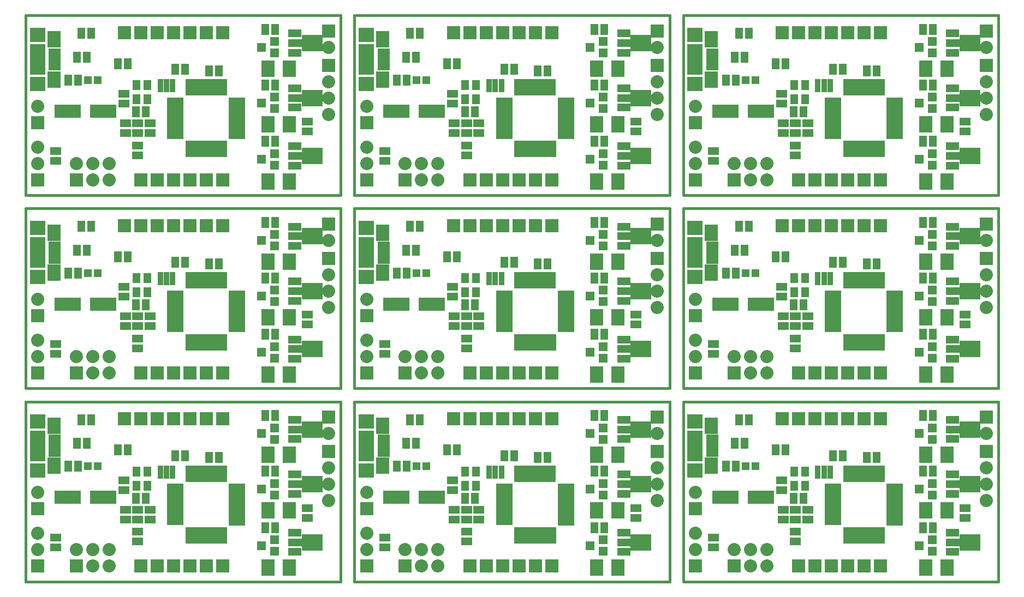
<source format=gts>
G04 (created by PCBNEW-RS274X (2012-jan-04)-stable) date Thu 08 Nov 2012 06:26:56 PM CET*
G01*
G70*
G90*
%MOIN*%
G04 Gerber Fmt 3.4, Leading zero omitted, Abs format*
%FSLAX34Y34*%
G04 APERTURE LIST*
%ADD10C,0.006000*%
%ADD11C,0.015000*%
%ADD12R,0.094700X0.094700*%
%ADD13R,0.094700X0.094800*%
%ADD14R,0.094700X0.090700*%
%ADD15R,0.082900X0.102500*%
%ADD16R,0.073000X0.035700*%
%ADD17R,0.098700X0.037700*%
%ADD18R,0.037700X0.098700*%
%ADD19R,0.161700X0.083000*%
%ADD20R,0.051400X0.051400*%
%ADD21R,0.083000X0.047600*%
%ADD22R,0.102700X0.047600*%
%ADD23R,0.128300X0.098700*%
%ADD24R,0.051100X0.059000*%
%ADD25R,0.031800X0.083000*%
%ADD26R,0.056000X0.056000*%
%ADD27R,0.080000X0.100000*%
%ADD28R,0.065000X0.045000*%
%ADD29R,0.045000X0.065000*%
%ADD30R,0.080000X0.080000*%
%ADD31C,0.080000*%
G04 APERTURE END LIST*
G54D10*
G54D11*
X46390Y-40491D02*
X65640Y-40491D01*
X46390Y-29491D02*
X65640Y-29491D01*
X46390Y-40491D02*
X46390Y-29491D01*
X65640Y-29491D02*
X65640Y-40491D01*
X65640Y-17680D02*
X65640Y-28680D01*
X46390Y-28680D02*
X46390Y-17680D01*
X46390Y-17680D02*
X65640Y-17680D01*
X46390Y-28680D02*
X65640Y-28680D01*
X46390Y-16869D02*
X65640Y-16869D01*
X46390Y-05869D02*
X65640Y-05869D01*
X46390Y-16869D02*
X46390Y-05869D01*
X65640Y-05869D02*
X65640Y-16869D01*
X45561Y-05869D02*
X45561Y-16869D01*
X26311Y-16869D02*
X26311Y-05869D01*
X26311Y-05869D02*
X45561Y-05869D01*
X26311Y-16869D02*
X45561Y-16869D01*
X26311Y-28680D02*
X45561Y-28680D01*
X26311Y-17680D02*
X45561Y-17680D01*
X26311Y-28680D02*
X26311Y-17680D01*
X45561Y-17680D02*
X45561Y-28680D01*
X45561Y-29491D02*
X45561Y-40491D01*
X26311Y-40491D02*
X26311Y-29491D01*
X26311Y-29491D02*
X45561Y-29491D01*
X26311Y-40491D02*
X45561Y-40491D01*
X06232Y-40491D02*
X25482Y-40491D01*
X06232Y-29491D02*
X25482Y-29491D01*
X06232Y-40491D02*
X06232Y-29491D01*
X25482Y-29491D02*
X25482Y-40491D01*
X25482Y-17680D02*
X25482Y-28680D01*
X06232Y-28680D02*
X06232Y-17680D01*
X06232Y-17680D02*
X25482Y-17680D01*
X06232Y-28680D02*
X25482Y-28680D01*
X06232Y-16869D02*
X25482Y-16869D01*
X06232Y-05869D02*
X25482Y-05869D01*
X06232Y-16869D02*
X06232Y-05869D01*
X25482Y-05869D02*
X25482Y-16869D01*
G54D12*
X47110Y-31719D03*
G54D13*
X47110Y-32663D03*
G54D14*
X47110Y-33687D03*
G54D15*
X48114Y-30971D03*
G54D16*
X48164Y-31680D03*
X48164Y-31936D03*
X48164Y-32191D03*
X48164Y-32446D03*
X48164Y-32702D03*
G54D15*
X48114Y-33411D03*
G54D14*
X47110Y-30695D03*
G54D17*
X55539Y-36881D03*
X55539Y-36566D03*
X55539Y-36251D03*
X55539Y-35936D03*
X55539Y-35621D03*
X55539Y-35306D03*
X55539Y-34991D03*
X55539Y-34676D03*
X59305Y-34678D03*
X59305Y-36888D03*
X59305Y-36568D03*
X59305Y-36248D03*
X59305Y-35938D03*
X59305Y-35618D03*
X59305Y-35308D03*
X59305Y-34988D03*
G54D18*
X56323Y-33888D03*
X56637Y-33888D03*
X56953Y-33888D03*
X57267Y-33888D03*
X57583Y-33888D03*
X57897Y-33888D03*
X58213Y-33888D03*
X58527Y-33888D03*
X56325Y-37668D03*
X56635Y-37668D03*
X56955Y-37668D03*
X57265Y-37668D03*
X57575Y-37668D03*
X57895Y-37668D03*
X58215Y-37668D03*
X58535Y-37668D03*
G54D19*
X48957Y-35341D03*
X51123Y-35341D03*
G54D20*
X50195Y-33441D03*
X50785Y-33441D03*
G54D21*
X62842Y-37500D03*
G54D22*
X62940Y-38091D03*
G54D21*
X62842Y-38682D03*
G54D23*
X63885Y-38091D03*
G54D24*
X53825Y-33758D03*
X53825Y-34624D03*
X53155Y-34624D03*
X53155Y-33758D03*
G54D25*
X54990Y-33791D03*
X55364Y-33791D03*
X54616Y-33791D03*
G54D26*
X61590Y-37941D03*
X61590Y-38641D03*
X60790Y-38291D03*
X61590Y-31091D03*
X61590Y-31791D03*
X60790Y-31441D03*
X61590Y-34491D03*
X61590Y-35191D03*
X60790Y-34841D03*
G54D27*
X62490Y-39641D03*
X61190Y-39641D03*
X62490Y-32741D03*
X61190Y-32741D03*
X62490Y-36141D03*
X61190Y-36141D03*
G54D28*
X53240Y-36691D03*
X53240Y-36091D03*
X53240Y-37441D03*
X53240Y-38041D03*
G54D29*
X58190Y-32891D03*
X57590Y-32891D03*
G54D28*
X48240Y-38391D03*
X48240Y-37791D03*
G54D29*
X56140Y-32791D03*
X55540Y-32791D03*
X53740Y-35391D03*
X53140Y-35391D03*
G54D28*
X63590Y-35991D03*
X63590Y-36591D03*
X52390Y-34291D03*
X52390Y-34891D03*
G54D29*
X49790Y-30591D03*
X50390Y-30591D03*
X61040Y-33741D03*
X61640Y-33741D03*
G54D28*
X52490Y-36091D03*
X52490Y-36691D03*
X53990Y-36691D03*
X53990Y-36091D03*
G54D29*
X52040Y-32441D03*
X52640Y-32441D03*
X49540Y-32041D03*
X50140Y-32041D03*
X61040Y-30341D03*
X61640Y-30341D03*
X61040Y-37191D03*
X61640Y-37191D03*
X48990Y-33441D03*
X49590Y-33441D03*
G54D30*
X64890Y-32541D03*
G54D31*
X64890Y-33541D03*
X64890Y-34541D03*
X64890Y-35541D03*
G54D30*
X49490Y-39541D03*
G54D31*
X49490Y-38541D03*
X50490Y-39541D03*
X50490Y-38541D03*
X51490Y-39541D03*
X51490Y-38541D03*
G54D30*
X47140Y-39541D03*
G54D31*
X47140Y-38541D03*
X47140Y-37541D03*
G54D30*
X64890Y-30441D03*
G54D31*
X64890Y-31441D03*
G54D30*
X47140Y-36041D03*
G54D31*
X47140Y-35041D03*
G54D30*
X57440Y-39541D03*
X52440Y-30541D03*
X53440Y-30541D03*
X54440Y-30541D03*
X53440Y-39541D03*
X54440Y-39541D03*
X58440Y-39541D03*
X56440Y-39541D03*
X55440Y-39541D03*
X55440Y-30541D03*
X56440Y-30541D03*
X57440Y-30541D03*
X58440Y-30541D03*
G54D21*
X62842Y-30600D03*
G54D22*
X62940Y-31191D03*
G54D21*
X62842Y-31782D03*
G54D23*
X63885Y-31191D03*
G54D21*
X62842Y-33950D03*
G54D22*
X62940Y-34541D03*
G54D21*
X62842Y-35132D03*
G54D23*
X63885Y-34541D03*
G54D21*
X62842Y-22139D03*
G54D22*
X62940Y-22730D03*
G54D21*
X62842Y-23321D03*
G54D23*
X63885Y-22730D03*
G54D21*
X62842Y-18789D03*
G54D22*
X62940Y-19380D03*
G54D21*
X62842Y-19971D03*
G54D23*
X63885Y-19380D03*
G54D30*
X58440Y-18730D03*
X57440Y-18730D03*
X56440Y-18730D03*
X55440Y-18730D03*
X55440Y-27730D03*
X56440Y-27730D03*
X58440Y-27730D03*
X54440Y-27730D03*
X53440Y-27730D03*
X54440Y-18730D03*
X53440Y-18730D03*
X52440Y-18730D03*
X57440Y-27730D03*
X47140Y-24230D03*
G54D31*
X47140Y-23230D03*
G54D30*
X64890Y-18630D03*
G54D31*
X64890Y-19630D03*
G54D30*
X47140Y-27730D03*
G54D31*
X47140Y-26730D03*
X47140Y-25730D03*
G54D30*
X49490Y-27730D03*
G54D31*
X49490Y-26730D03*
X50490Y-27730D03*
X50490Y-26730D03*
X51490Y-27730D03*
X51490Y-26730D03*
G54D30*
X64890Y-20730D03*
G54D31*
X64890Y-21730D03*
X64890Y-22730D03*
X64890Y-23730D03*
G54D29*
X48990Y-21630D03*
X49590Y-21630D03*
X61040Y-25380D03*
X61640Y-25380D03*
X61040Y-18530D03*
X61640Y-18530D03*
X49540Y-20230D03*
X50140Y-20230D03*
X52040Y-20630D03*
X52640Y-20630D03*
G54D28*
X53990Y-24880D03*
X53990Y-24280D03*
X52490Y-24280D03*
X52490Y-24880D03*
G54D29*
X61040Y-21930D03*
X61640Y-21930D03*
X49790Y-18780D03*
X50390Y-18780D03*
G54D28*
X52390Y-22480D03*
X52390Y-23080D03*
X63590Y-24180D03*
X63590Y-24780D03*
G54D29*
X53740Y-23580D03*
X53140Y-23580D03*
X56140Y-20980D03*
X55540Y-20980D03*
G54D28*
X48240Y-26580D03*
X48240Y-25980D03*
G54D29*
X58190Y-21080D03*
X57590Y-21080D03*
G54D28*
X53240Y-25630D03*
X53240Y-26230D03*
X53240Y-24880D03*
X53240Y-24280D03*
G54D27*
X62490Y-24330D03*
X61190Y-24330D03*
X62490Y-20930D03*
X61190Y-20930D03*
X62490Y-27830D03*
X61190Y-27830D03*
G54D26*
X61590Y-22680D03*
X61590Y-23380D03*
X60790Y-23030D03*
X61590Y-19280D03*
X61590Y-19980D03*
X60790Y-19630D03*
X61590Y-26130D03*
X61590Y-26830D03*
X60790Y-26480D03*
G54D25*
X54990Y-21980D03*
X55364Y-21980D03*
X54616Y-21980D03*
G54D24*
X53825Y-21947D03*
X53825Y-22813D03*
X53155Y-22813D03*
X53155Y-21947D03*
G54D21*
X62842Y-25689D03*
G54D22*
X62940Y-26280D03*
G54D21*
X62842Y-26871D03*
G54D23*
X63885Y-26280D03*
G54D20*
X50195Y-21630D03*
X50785Y-21630D03*
G54D19*
X48957Y-23530D03*
X51123Y-23530D03*
G54D17*
X55539Y-25070D03*
X55539Y-24755D03*
X55539Y-24440D03*
X55539Y-24125D03*
X55539Y-23810D03*
X55539Y-23495D03*
X55539Y-23180D03*
X55539Y-22865D03*
X59305Y-22867D03*
X59305Y-25077D03*
X59305Y-24757D03*
X59305Y-24437D03*
X59305Y-24127D03*
X59305Y-23807D03*
X59305Y-23497D03*
X59305Y-23177D03*
G54D18*
X56323Y-22077D03*
X56637Y-22077D03*
X56953Y-22077D03*
X57267Y-22077D03*
X57583Y-22077D03*
X57897Y-22077D03*
X58213Y-22077D03*
X58527Y-22077D03*
X56325Y-25857D03*
X56635Y-25857D03*
X56955Y-25857D03*
X57265Y-25857D03*
X57575Y-25857D03*
X57895Y-25857D03*
X58215Y-25857D03*
X58535Y-25857D03*
G54D12*
X47110Y-19908D03*
G54D13*
X47110Y-20852D03*
G54D14*
X47110Y-21876D03*
G54D15*
X48114Y-19160D03*
G54D16*
X48164Y-19869D03*
X48164Y-20125D03*
X48164Y-20380D03*
X48164Y-20635D03*
X48164Y-20891D03*
G54D15*
X48114Y-21600D03*
G54D14*
X47110Y-18884D03*
G54D12*
X47110Y-08097D03*
G54D13*
X47110Y-09041D03*
G54D14*
X47110Y-10065D03*
G54D15*
X48114Y-07349D03*
G54D16*
X48164Y-08058D03*
X48164Y-08314D03*
X48164Y-08569D03*
X48164Y-08824D03*
X48164Y-09080D03*
G54D15*
X48114Y-09789D03*
G54D14*
X47110Y-07073D03*
G54D17*
X55539Y-13259D03*
X55539Y-12944D03*
X55539Y-12629D03*
X55539Y-12314D03*
X55539Y-11999D03*
X55539Y-11684D03*
X55539Y-11369D03*
X55539Y-11054D03*
X59305Y-11056D03*
X59305Y-13266D03*
X59305Y-12946D03*
X59305Y-12626D03*
X59305Y-12316D03*
X59305Y-11996D03*
X59305Y-11686D03*
X59305Y-11366D03*
G54D18*
X56323Y-10266D03*
X56637Y-10266D03*
X56953Y-10266D03*
X57267Y-10266D03*
X57583Y-10266D03*
X57897Y-10266D03*
X58213Y-10266D03*
X58527Y-10266D03*
X56325Y-14046D03*
X56635Y-14046D03*
X56955Y-14046D03*
X57265Y-14046D03*
X57575Y-14046D03*
X57895Y-14046D03*
X58215Y-14046D03*
X58535Y-14046D03*
G54D19*
X48957Y-11719D03*
X51123Y-11719D03*
G54D20*
X50195Y-09819D03*
X50785Y-09819D03*
G54D21*
X62842Y-13878D03*
G54D22*
X62940Y-14469D03*
G54D21*
X62842Y-15060D03*
G54D23*
X63885Y-14469D03*
G54D24*
X53825Y-10136D03*
X53825Y-11002D03*
X53155Y-11002D03*
X53155Y-10136D03*
G54D25*
X54990Y-10169D03*
X55364Y-10169D03*
X54616Y-10169D03*
G54D26*
X61590Y-14319D03*
X61590Y-15019D03*
X60790Y-14669D03*
X61590Y-07469D03*
X61590Y-08169D03*
X60790Y-07819D03*
X61590Y-10869D03*
X61590Y-11569D03*
X60790Y-11219D03*
G54D27*
X62490Y-16019D03*
X61190Y-16019D03*
X62490Y-09119D03*
X61190Y-09119D03*
X62490Y-12519D03*
X61190Y-12519D03*
G54D28*
X53240Y-13069D03*
X53240Y-12469D03*
X53240Y-13819D03*
X53240Y-14419D03*
G54D29*
X58190Y-09269D03*
X57590Y-09269D03*
G54D28*
X48240Y-14769D03*
X48240Y-14169D03*
G54D29*
X56140Y-09169D03*
X55540Y-09169D03*
X53740Y-11769D03*
X53140Y-11769D03*
G54D28*
X63590Y-12369D03*
X63590Y-12969D03*
X52390Y-10669D03*
X52390Y-11269D03*
G54D29*
X49790Y-06969D03*
X50390Y-06969D03*
X61040Y-10119D03*
X61640Y-10119D03*
G54D28*
X52490Y-12469D03*
X52490Y-13069D03*
X53990Y-13069D03*
X53990Y-12469D03*
G54D29*
X52040Y-08819D03*
X52640Y-08819D03*
X49540Y-08419D03*
X50140Y-08419D03*
X61040Y-06719D03*
X61640Y-06719D03*
X61040Y-13569D03*
X61640Y-13569D03*
X48990Y-09819D03*
X49590Y-09819D03*
G54D30*
X64890Y-08919D03*
G54D31*
X64890Y-09919D03*
X64890Y-10919D03*
X64890Y-11919D03*
G54D30*
X49490Y-15919D03*
G54D31*
X49490Y-14919D03*
X50490Y-15919D03*
X50490Y-14919D03*
X51490Y-15919D03*
X51490Y-14919D03*
G54D30*
X47140Y-15919D03*
G54D31*
X47140Y-14919D03*
X47140Y-13919D03*
G54D30*
X64890Y-06819D03*
G54D31*
X64890Y-07819D03*
G54D30*
X47140Y-12419D03*
G54D31*
X47140Y-11419D03*
G54D30*
X57440Y-15919D03*
X52440Y-06919D03*
X53440Y-06919D03*
X54440Y-06919D03*
X53440Y-15919D03*
X54440Y-15919D03*
X58440Y-15919D03*
X56440Y-15919D03*
X55440Y-15919D03*
X55440Y-06919D03*
X56440Y-06919D03*
X57440Y-06919D03*
X58440Y-06919D03*
G54D21*
X62842Y-06978D03*
G54D22*
X62940Y-07569D03*
G54D21*
X62842Y-08160D03*
G54D23*
X63885Y-07569D03*
G54D21*
X62842Y-10328D03*
G54D22*
X62940Y-10919D03*
G54D21*
X62842Y-11510D03*
G54D23*
X63885Y-10919D03*
G54D21*
X42763Y-10328D03*
G54D22*
X42861Y-10919D03*
G54D21*
X42763Y-11510D03*
G54D23*
X43806Y-10919D03*
G54D21*
X42763Y-06978D03*
G54D22*
X42861Y-07569D03*
G54D21*
X42763Y-08160D03*
G54D23*
X43806Y-07569D03*
G54D30*
X38361Y-06919D03*
X37361Y-06919D03*
X36361Y-06919D03*
X35361Y-06919D03*
X35361Y-15919D03*
X36361Y-15919D03*
X38361Y-15919D03*
X34361Y-15919D03*
X33361Y-15919D03*
X34361Y-06919D03*
X33361Y-06919D03*
X32361Y-06919D03*
X37361Y-15919D03*
X27061Y-12419D03*
G54D31*
X27061Y-11419D03*
G54D30*
X44811Y-06819D03*
G54D31*
X44811Y-07819D03*
G54D30*
X27061Y-15919D03*
G54D31*
X27061Y-14919D03*
X27061Y-13919D03*
G54D30*
X29411Y-15919D03*
G54D31*
X29411Y-14919D03*
X30411Y-15919D03*
X30411Y-14919D03*
X31411Y-15919D03*
X31411Y-14919D03*
G54D30*
X44811Y-08919D03*
G54D31*
X44811Y-09919D03*
X44811Y-10919D03*
X44811Y-11919D03*
G54D29*
X28911Y-09819D03*
X29511Y-09819D03*
X40961Y-13569D03*
X41561Y-13569D03*
X40961Y-06719D03*
X41561Y-06719D03*
X29461Y-08419D03*
X30061Y-08419D03*
X31961Y-08819D03*
X32561Y-08819D03*
G54D28*
X33911Y-13069D03*
X33911Y-12469D03*
X32411Y-12469D03*
X32411Y-13069D03*
G54D29*
X40961Y-10119D03*
X41561Y-10119D03*
X29711Y-06969D03*
X30311Y-06969D03*
G54D28*
X32311Y-10669D03*
X32311Y-11269D03*
X43511Y-12369D03*
X43511Y-12969D03*
G54D29*
X33661Y-11769D03*
X33061Y-11769D03*
X36061Y-09169D03*
X35461Y-09169D03*
G54D28*
X28161Y-14769D03*
X28161Y-14169D03*
G54D29*
X38111Y-09269D03*
X37511Y-09269D03*
G54D28*
X33161Y-13819D03*
X33161Y-14419D03*
X33161Y-13069D03*
X33161Y-12469D03*
G54D27*
X42411Y-12519D03*
X41111Y-12519D03*
X42411Y-09119D03*
X41111Y-09119D03*
X42411Y-16019D03*
X41111Y-16019D03*
G54D26*
X41511Y-10869D03*
X41511Y-11569D03*
X40711Y-11219D03*
X41511Y-07469D03*
X41511Y-08169D03*
X40711Y-07819D03*
X41511Y-14319D03*
X41511Y-15019D03*
X40711Y-14669D03*
G54D25*
X34911Y-10169D03*
X35285Y-10169D03*
X34537Y-10169D03*
G54D24*
X33746Y-10136D03*
X33746Y-11002D03*
X33076Y-11002D03*
X33076Y-10136D03*
G54D21*
X42763Y-13878D03*
G54D22*
X42861Y-14469D03*
G54D21*
X42763Y-15060D03*
G54D23*
X43806Y-14469D03*
G54D20*
X30116Y-09819D03*
X30706Y-09819D03*
G54D19*
X28878Y-11719D03*
X31044Y-11719D03*
G54D17*
X35460Y-13259D03*
X35460Y-12944D03*
X35460Y-12629D03*
X35460Y-12314D03*
X35460Y-11999D03*
X35460Y-11684D03*
X35460Y-11369D03*
X35460Y-11054D03*
X39226Y-11056D03*
X39226Y-13266D03*
X39226Y-12946D03*
X39226Y-12626D03*
X39226Y-12316D03*
X39226Y-11996D03*
X39226Y-11686D03*
X39226Y-11366D03*
G54D18*
X36244Y-10266D03*
X36558Y-10266D03*
X36874Y-10266D03*
X37188Y-10266D03*
X37504Y-10266D03*
X37818Y-10266D03*
X38134Y-10266D03*
X38448Y-10266D03*
X36246Y-14046D03*
X36556Y-14046D03*
X36876Y-14046D03*
X37186Y-14046D03*
X37496Y-14046D03*
X37816Y-14046D03*
X38136Y-14046D03*
X38456Y-14046D03*
G54D12*
X27031Y-08097D03*
G54D13*
X27031Y-09041D03*
G54D14*
X27031Y-10065D03*
G54D15*
X28035Y-07349D03*
G54D16*
X28085Y-08058D03*
X28085Y-08314D03*
X28085Y-08569D03*
X28085Y-08824D03*
X28085Y-09080D03*
G54D15*
X28035Y-09789D03*
G54D14*
X27031Y-07073D03*
G54D12*
X27031Y-19908D03*
G54D13*
X27031Y-20852D03*
G54D14*
X27031Y-21876D03*
G54D15*
X28035Y-19160D03*
G54D16*
X28085Y-19869D03*
X28085Y-20125D03*
X28085Y-20380D03*
X28085Y-20635D03*
X28085Y-20891D03*
G54D15*
X28035Y-21600D03*
G54D14*
X27031Y-18884D03*
G54D17*
X35460Y-25070D03*
X35460Y-24755D03*
X35460Y-24440D03*
X35460Y-24125D03*
X35460Y-23810D03*
X35460Y-23495D03*
X35460Y-23180D03*
X35460Y-22865D03*
X39226Y-22867D03*
X39226Y-25077D03*
X39226Y-24757D03*
X39226Y-24437D03*
X39226Y-24127D03*
X39226Y-23807D03*
X39226Y-23497D03*
X39226Y-23177D03*
G54D18*
X36244Y-22077D03*
X36558Y-22077D03*
X36874Y-22077D03*
X37188Y-22077D03*
X37504Y-22077D03*
X37818Y-22077D03*
X38134Y-22077D03*
X38448Y-22077D03*
X36246Y-25857D03*
X36556Y-25857D03*
X36876Y-25857D03*
X37186Y-25857D03*
X37496Y-25857D03*
X37816Y-25857D03*
X38136Y-25857D03*
X38456Y-25857D03*
G54D19*
X28878Y-23530D03*
X31044Y-23530D03*
G54D20*
X30116Y-21630D03*
X30706Y-21630D03*
G54D21*
X42763Y-25689D03*
G54D22*
X42861Y-26280D03*
G54D21*
X42763Y-26871D03*
G54D23*
X43806Y-26280D03*
G54D24*
X33746Y-21947D03*
X33746Y-22813D03*
X33076Y-22813D03*
X33076Y-21947D03*
G54D25*
X34911Y-21980D03*
X35285Y-21980D03*
X34537Y-21980D03*
G54D26*
X41511Y-26130D03*
X41511Y-26830D03*
X40711Y-26480D03*
X41511Y-19280D03*
X41511Y-19980D03*
X40711Y-19630D03*
X41511Y-22680D03*
X41511Y-23380D03*
X40711Y-23030D03*
G54D27*
X42411Y-27830D03*
X41111Y-27830D03*
X42411Y-20930D03*
X41111Y-20930D03*
X42411Y-24330D03*
X41111Y-24330D03*
G54D28*
X33161Y-24880D03*
X33161Y-24280D03*
X33161Y-25630D03*
X33161Y-26230D03*
G54D29*
X38111Y-21080D03*
X37511Y-21080D03*
G54D28*
X28161Y-26580D03*
X28161Y-25980D03*
G54D29*
X36061Y-20980D03*
X35461Y-20980D03*
X33661Y-23580D03*
X33061Y-23580D03*
G54D28*
X43511Y-24180D03*
X43511Y-24780D03*
X32311Y-22480D03*
X32311Y-23080D03*
G54D29*
X29711Y-18780D03*
X30311Y-18780D03*
X40961Y-21930D03*
X41561Y-21930D03*
G54D28*
X32411Y-24280D03*
X32411Y-24880D03*
X33911Y-24880D03*
X33911Y-24280D03*
G54D29*
X31961Y-20630D03*
X32561Y-20630D03*
X29461Y-20230D03*
X30061Y-20230D03*
X40961Y-18530D03*
X41561Y-18530D03*
X40961Y-25380D03*
X41561Y-25380D03*
X28911Y-21630D03*
X29511Y-21630D03*
G54D30*
X44811Y-20730D03*
G54D31*
X44811Y-21730D03*
X44811Y-22730D03*
X44811Y-23730D03*
G54D30*
X29411Y-27730D03*
G54D31*
X29411Y-26730D03*
X30411Y-27730D03*
X30411Y-26730D03*
X31411Y-27730D03*
X31411Y-26730D03*
G54D30*
X27061Y-27730D03*
G54D31*
X27061Y-26730D03*
X27061Y-25730D03*
G54D30*
X44811Y-18630D03*
G54D31*
X44811Y-19630D03*
G54D30*
X27061Y-24230D03*
G54D31*
X27061Y-23230D03*
G54D30*
X37361Y-27730D03*
X32361Y-18730D03*
X33361Y-18730D03*
X34361Y-18730D03*
X33361Y-27730D03*
X34361Y-27730D03*
X38361Y-27730D03*
X36361Y-27730D03*
X35361Y-27730D03*
X35361Y-18730D03*
X36361Y-18730D03*
X37361Y-18730D03*
X38361Y-18730D03*
G54D21*
X42763Y-18789D03*
G54D22*
X42861Y-19380D03*
G54D21*
X42763Y-19971D03*
G54D23*
X43806Y-19380D03*
G54D21*
X42763Y-22139D03*
G54D22*
X42861Y-22730D03*
G54D21*
X42763Y-23321D03*
G54D23*
X43806Y-22730D03*
G54D21*
X42763Y-33950D03*
G54D22*
X42861Y-34541D03*
G54D21*
X42763Y-35132D03*
G54D23*
X43806Y-34541D03*
G54D21*
X42763Y-30600D03*
G54D22*
X42861Y-31191D03*
G54D21*
X42763Y-31782D03*
G54D23*
X43806Y-31191D03*
G54D30*
X38361Y-30541D03*
X37361Y-30541D03*
X36361Y-30541D03*
X35361Y-30541D03*
X35361Y-39541D03*
X36361Y-39541D03*
X38361Y-39541D03*
X34361Y-39541D03*
X33361Y-39541D03*
X34361Y-30541D03*
X33361Y-30541D03*
X32361Y-30541D03*
X37361Y-39541D03*
X27061Y-36041D03*
G54D31*
X27061Y-35041D03*
G54D30*
X44811Y-30441D03*
G54D31*
X44811Y-31441D03*
G54D30*
X27061Y-39541D03*
G54D31*
X27061Y-38541D03*
X27061Y-37541D03*
G54D30*
X29411Y-39541D03*
G54D31*
X29411Y-38541D03*
X30411Y-39541D03*
X30411Y-38541D03*
X31411Y-39541D03*
X31411Y-38541D03*
G54D30*
X44811Y-32541D03*
G54D31*
X44811Y-33541D03*
X44811Y-34541D03*
X44811Y-35541D03*
G54D29*
X28911Y-33441D03*
X29511Y-33441D03*
X40961Y-37191D03*
X41561Y-37191D03*
X40961Y-30341D03*
X41561Y-30341D03*
X29461Y-32041D03*
X30061Y-32041D03*
X31961Y-32441D03*
X32561Y-32441D03*
G54D28*
X33911Y-36691D03*
X33911Y-36091D03*
X32411Y-36091D03*
X32411Y-36691D03*
G54D29*
X40961Y-33741D03*
X41561Y-33741D03*
X29711Y-30591D03*
X30311Y-30591D03*
G54D28*
X32311Y-34291D03*
X32311Y-34891D03*
X43511Y-35991D03*
X43511Y-36591D03*
G54D29*
X33661Y-35391D03*
X33061Y-35391D03*
X36061Y-32791D03*
X35461Y-32791D03*
G54D28*
X28161Y-38391D03*
X28161Y-37791D03*
G54D29*
X38111Y-32891D03*
X37511Y-32891D03*
G54D28*
X33161Y-37441D03*
X33161Y-38041D03*
X33161Y-36691D03*
X33161Y-36091D03*
G54D27*
X42411Y-36141D03*
X41111Y-36141D03*
X42411Y-32741D03*
X41111Y-32741D03*
X42411Y-39641D03*
X41111Y-39641D03*
G54D26*
X41511Y-34491D03*
X41511Y-35191D03*
X40711Y-34841D03*
X41511Y-31091D03*
X41511Y-31791D03*
X40711Y-31441D03*
X41511Y-37941D03*
X41511Y-38641D03*
X40711Y-38291D03*
G54D25*
X34911Y-33791D03*
X35285Y-33791D03*
X34537Y-33791D03*
G54D24*
X33746Y-33758D03*
X33746Y-34624D03*
X33076Y-34624D03*
X33076Y-33758D03*
G54D21*
X42763Y-37500D03*
G54D22*
X42861Y-38091D03*
G54D21*
X42763Y-38682D03*
G54D23*
X43806Y-38091D03*
G54D20*
X30116Y-33441D03*
X30706Y-33441D03*
G54D19*
X28878Y-35341D03*
X31044Y-35341D03*
G54D17*
X35460Y-36881D03*
X35460Y-36566D03*
X35460Y-36251D03*
X35460Y-35936D03*
X35460Y-35621D03*
X35460Y-35306D03*
X35460Y-34991D03*
X35460Y-34676D03*
X39226Y-34678D03*
X39226Y-36888D03*
X39226Y-36568D03*
X39226Y-36248D03*
X39226Y-35938D03*
X39226Y-35618D03*
X39226Y-35308D03*
X39226Y-34988D03*
G54D18*
X36244Y-33888D03*
X36558Y-33888D03*
X36874Y-33888D03*
X37188Y-33888D03*
X37504Y-33888D03*
X37818Y-33888D03*
X38134Y-33888D03*
X38448Y-33888D03*
X36246Y-37668D03*
X36556Y-37668D03*
X36876Y-37668D03*
X37186Y-37668D03*
X37496Y-37668D03*
X37816Y-37668D03*
X38136Y-37668D03*
X38456Y-37668D03*
G54D12*
X27031Y-31719D03*
G54D13*
X27031Y-32663D03*
G54D14*
X27031Y-33687D03*
G54D15*
X28035Y-30971D03*
G54D16*
X28085Y-31680D03*
X28085Y-31936D03*
X28085Y-32191D03*
X28085Y-32446D03*
X28085Y-32702D03*
G54D15*
X28035Y-33411D03*
G54D14*
X27031Y-30695D03*
G54D12*
X06952Y-31719D03*
G54D13*
X06952Y-32663D03*
G54D14*
X06952Y-33687D03*
G54D15*
X07956Y-30971D03*
G54D16*
X08006Y-31680D03*
X08006Y-31936D03*
X08006Y-32191D03*
X08006Y-32446D03*
X08006Y-32702D03*
G54D15*
X07956Y-33411D03*
G54D14*
X06952Y-30695D03*
G54D17*
X15381Y-36881D03*
X15381Y-36566D03*
X15381Y-36251D03*
X15381Y-35936D03*
X15381Y-35621D03*
X15381Y-35306D03*
X15381Y-34991D03*
X15381Y-34676D03*
X19147Y-34678D03*
X19147Y-36888D03*
X19147Y-36568D03*
X19147Y-36248D03*
X19147Y-35938D03*
X19147Y-35618D03*
X19147Y-35308D03*
X19147Y-34988D03*
G54D18*
X16165Y-33888D03*
X16479Y-33888D03*
X16795Y-33888D03*
X17109Y-33888D03*
X17425Y-33888D03*
X17739Y-33888D03*
X18055Y-33888D03*
X18369Y-33888D03*
X16167Y-37668D03*
X16477Y-37668D03*
X16797Y-37668D03*
X17107Y-37668D03*
X17417Y-37668D03*
X17737Y-37668D03*
X18057Y-37668D03*
X18377Y-37668D03*
G54D19*
X08799Y-35341D03*
X10965Y-35341D03*
G54D20*
X10037Y-33441D03*
X10627Y-33441D03*
G54D21*
X22684Y-37500D03*
G54D22*
X22782Y-38091D03*
G54D21*
X22684Y-38682D03*
G54D23*
X23727Y-38091D03*
G54D24*
X13667Y-33758D03*
X13667Y-34624D03*
X12997Y-34624D03*
X12997Y-33758D03*
G54D25*
X14832Y-33791D03*
X15206Y-33791D03*
X14458Y-33791D03*
G54D26*
X21432Y-37941D03*
X21432Y-38641D03*
X20632Y-38291D03*
X21432Y-31091D03*
X21432Y-31791D03*
X20632Y-31441D03*
X21432Y-34491D03*
X21432Y-35191D03*
X20632Y-34841D03*
G54D27*
X22332Y-39641D03*
X21032Y-39641D03*
X22332Y-32741D03*
X21032Y-32741D03*
X22332Y-36141D03*
X21032Y-36141D03*
G54D28*
X13082Y-36691D03*
X13082Y-36091D03*
X13082Y-37441D03*
X13082Y-38041D03*
G54D29*
X18032Y-32891D03*
X17432Y-32891D03*
G54D28*
X08082Y-38391D03*
X08082Y-37791D03*
G54D29*
X15982Y-32791D03*
X15382Y-32791D03*
X13582Y-35391D03*
X12982Y-35391D03*
G54D28*
X23432Y-35991D03*
X23432Y-36591D03*
X12232Y-34291D03*
X12232Y-34891D03*
G54D29*
X09632Y-30591D03*
X10232Y-30591D03*
X20882Y-33741D03*
X21482Y-33741D03*
G54D28*
X12332Y-36091D03*
X12332Y-36691D03*
X13832Y-36691D03*
X13832Y-36091D03*
G54D29*
X11882Y-32441D03*
X12482Y-32441D03*
X09382Y-32041D03*
X09982Y-32041D03*
X20882Y-30341D03*
X21482Y-30341D03*
X20882Y-37191D03*
X21482Y-37191D03*
X08832Y-33441D03*
X09432Y-33441D03*
G54D30*
X24732Y-32541D03*
G54D31*
X24732Y-33541D03*
X24732Y-34541D03*
X24732Y-35541D03*
G54D30*
X09332Y-39541D03*
G54D31*
X09332Y-38541D03*
X10332Y-39541D03*
X10332Y-38541D03*
X11332Y-39541D03*
X11332Y-38541D03*
G54D30*
X06982Y-39541D03*
G54D31*
X06982Y-38541D03*
X06982Y-37541D03*
G54D30*
X24732Y-30441D03*
G54D31*
X24732Y-31441D03*
G54D30*
X06982Y-36041D03*
G54D31*
X06982Y-35041D03*
G54D30*
X17282Y-39541D03*
X12282Y-30541D03*
X13282Y-30541D03*
X14282Y-30541D03*
X13282Y-39541D03*
X14282Y-39541D03*
X18282Y-39541D03*
X16282Y-39541D03*
X15282Y-39541D03*
X15282Y-30541D03*
X16282Y-30541D03*
X17282Y-30541D03*
X18282Y-30541D03*
G54D21*
X22684Y-30600D03*
G54D22*
X22782Y-31191D03*
G54D21*
X22684Y-31782D03*
G54D23*
X23727Y-31191D03*
G54D21*
X22684Y-33950D03*
G54D22*
X22782Y-34541D03*
G54D21*
X22684Y-35132D03*
G54D23*
X23727Y-34541D03*
G54D21*
X22684Y-22139D03*
G54D22*
X22782Y-22730D03*
G54D21*
X22684Y-23321D03*
G54D23*
X23727Y-22730D03*
G54D21*
X22684Y-18789D03*
G54D22*
X22782Y-19380D03*
G54D21*
X22684Y-19971D03*
G54D23*
X23727Y-19380D03*
G54D30*
X18282Y-18730D03*
X17282Y-18730D03*
X16282Y-18730D03*
X15282Y-18730D03*
X15282Y-27730D03*
X16282Y-27730D03*
X18282Y-27730D03*
X14282Y-27730D03*
X13282Y-27730D03*
X14282Y-18730D03*
X13282Y-18730D03*
X12282Y-18730D03*
X17282Y-27730D03*
X06982Y-24230D03*
G54D31*
X06982Y-23230D03*
G54D30*
X24732Y-18630D03*
G54D31*
X24732Y-19630D03*
G54D30*
X06982Y-27730D03*
G54D31*
X06982Y-26730D03*
X06982Y-25730D03*
G54D30*
X09332Y-27730D03*
G54D31*
X09332Y-26730D03*
X10332Y-27730D03*
X10332Y-26730D03*
X11332Y-27730D03*
X11332Y-26730D03*
G54D30*
X24732Y-20730D03*
G54D31*
X24732Y-21730D03*
X24732Y-22730D03*
X24732Y-23730D03*
G54D29*
X08832Y-21630D03*
X09432Y-21630D03*
X20882Y-25380D03*
X21482Y-25380D03*
X20882Y-18530D03*
X21482Y-18530D03*
X09382Y-20230D03*
X09982Y-20230D03*
X11882Y-20630D03*
X12482Y-20630D03*
G54D28*
X13832Y-24880D03*
X13832Y-24280D03*
X12332Y-24280D03*
X12332Y-24880D03*
G54D29*
X20882Y-21930D03*
X21482Y-21930D03*
X09632Y-18780D03*
X10232Y-18780D03*
G54D28*
X12232Y-22480D03*
X12232Y-23080D03*
X23432Y-24180D03*
X23432Y-24780D03*
G54D29*
X13582Y-23580D03*
X12982Y-23580D03*
X15982Y-20980D03*
X15382Y-20980D03*
G54D28*
X08082Y-26580D03*
X08082Y-25980D03*
G54D29*
X18032Y-21080D03*
X17432Y-21080D03*
G54D28*
X13082Y-25630D03*
X13082Y-26230D03*
X13082Y-24880D03*
X13082Y-24280D03*
G54D27*
X22332Y-24330D03*
X21032Y-24330D03*
X22332Y-20930D03*
X21032Y-20930D03*
X22332Y-27830D03*
X21032Y-27830D03*
G54D26*
X21432Y-22680D03*
X21432Y-23380D03*
X20632Y-23030D03*
X21432Y-19280D03*
X21432Y-19980D03*
X20632Y-19630D03*
X21432Y-26130D03*
X21432Y-26830D03*
X20632Y-26480D03*
G54D25*
X14832Y-21980D03*
X15206Y-21980D03*
X14458Y-21980D03*
G54D24*
X13667Y-21947D03*
X13667Y-22813D03*
X12997Y-22813D03*
X12997Y-21947D03*
G54D21*
X22684Y-25689D03*
G54D22*
X22782Y-26280D03*
G54D21*
X22684Y-26871D03*
G54D23*
X23727Y-26280D03*
G54D20*
X10037Y-21630D03*
X10627Y-21630D03*
G54D19*
X08799Y-23530D03*
X10965Y-23530D03*
G54D17*
X15381Y-25070D03*
X15381Y-24755D03*
X15381Y-24440D03*
X15381Y-24125D03*
X15381Y-23810D03*
X15381Y-23495D03*
X15381Y-23180D03*
X15381Y-22865D03*
X19147Y-22867D03*
X19147Y-25077D03*
X19147Y-24757D03*
X19147Y-24437D03*
X19147Y-24127D03*
X19147Y-23807D03*
X19147Y-23497D03*
X19147Y-23177D03*
G54D18*
X16165Y-22077D03*
X16479Y-22077D03*
X16795Y-22077D03*
X17109Y-22077D03*
X17425Y-22077D03*
X17739Y-22077D03*
X18055Y-22077D03*
X18369Y-22077D03*
X16167Y-25857D03*
X16477Y-25857D03*
X16797Y-25857D03*
X17107Y-25857D03*
X17417Y-25857D03*
X17737Y-25857D03*
X18057Y-25857D03*
X18377Y-25857D03*
G54D12*
X06952Y-19908D03*
G54D13*
X06952Y-20852D03*
G54D14*
X06952Y-21876D03*
G54D15*
X07956Y-19160D03*
G54D16*
X08006Y-19869D03*
X08006Y-20125D03*
X08006Y-20380D03*
X08006Y-20635D03*
X08006Y-20891D03*
G54D15*
X07956Y-21600D03*
G54D14*
X06952Y-18884D03*
G54D12*
X06952Y-08097D03*
G54D13*
X06952Y-09041D03*
G54D14*
X06952Y-10065D03*
G54D15*
X07956Y-07349D03*
G54D16*
X08006Y-08058D03*
X08006Y-08314D03*
X08006Y-08569D03*
X08006Y-08824D03*
X08006Y-09080D03*
G54D15*
X07956Y-09789D03*
G54D14*
X06952Y-07073D03*
G54D17*
X15381Y-13259D03*
X15381Y-12944D03*
X15381Y-12629D03*
X15381Y-12314D03*
X15381Y-11999D03*
X15381Y-11684D03*
X15381Y-11369D03*
X15381Y-11054D03*
X19147Y-11056D03*
X19147Y-13266D03*
X19147Y-12946D03*
X19147Y-12626D03*
X19147Y-12316D03*
X19147Y-11996D03*
X19147Y-11686D03*
X19147Y-11366D03*
G54D18*
X16165Y-10266D03*
X16479Y-10266D03*
X16795Y-10266D03*
X17109Y-10266D03*
X17425Y-10266D03*
X17739Y-10266D03*
X18055Y-10266D03*
X18369Y-10266D03*
X16167Y-14046D03*
X16477Y-14046D03*
X16797Y-14046D03*
X17107Y-14046D03*
X17417Y-14046D03*
X17737Y-14046D03*
X18057Y-14046D03*
X18377Y-14046D03*
G54D19*
X08799Y-11719D03*
X10965Y-11719D03*
G54D20*
X10037Y-09819D03*
X10627Y-09819D03*
G54D21*
X22684Y-13878D03*
G54D22*
X22782Y-14469D03*
G54D21*
X22684Y-15060D03*
G54D23*
X23727Y-14469D03*
G54D24*
X13667Y-10136D03*
X13667Y-11002D03*
X12997Y-11002D03*
X12997Y-10136D03*
G54D25*
X14832Y-10169D03*
X15206Y-10169D03*
X14458Y-10169D03*
G54D26*
X21432Y-14319D03*
X21432Y-15019D03*
X20632Y-14669D03*
X21432Y-07469D03*
X21432Y-08169D03*
X20632Y-07819D03*
X21432Y-10869D03*
X21432Y-11569D03*
X20632Y-11219D03*
G54D27*
X22332Y-16019D03*
X21032Y-16019D03*
X22332Y-09119D03*
X21032Y-09119D03*
X22332Y-12519D03*
X21032Y-12519D03*
G54D28*
X13082Y-13069D03*
X13082Y-12469D03*
X13082Y-13819D03*
X13082Y-14419D03*
G54D29*
X18032Y-09269D03*
X17432Y-09269D03*
G54D28*
X08082Y-14769D03*
X08082Y-14169D03*
G54D29*
X15982Y-09169D03*
X15382Y-09169D03*
X13582Y-11769D03*
X12982Y-11769D03*
G54D28*
X23432Y-12369D03*
X23432Y-12969D03*
X12232Y-10669D03*
X12232Y-11269D03*
G54D29*
X09632Y-06969D03*
X10232Y-06969D03*
X20882Y-10119D03*
X21482Y-10119D03*
G54D28*
X12332Y-12469D03*
X12332Y-13069D03*
X13832Y-13069D03*
X13832Y-12469D03*
G54D29*
X11882Y-08819D03*
X12482Y-08819D03*
X09382Y-08419D03*
X09982Y-08419D03*
X20882Y-06719D03*
X21482Y-06719D03*
X20882Y-13569D03*
X21482Y-13569D03*
X08832Y-09819D03*
X09432Y-09819D03*
G54D30*
X24732Y-08919D03*
G54D31*
X24732Y-09919D03*
X24732Y-10919D03*
X24732Y-11919D03*
G54D30*
X09332Y-15919D03*
G54D31*
X09332Y-14919D03*
X10332Y-15919D03*
X10332Y-14919D03*
X11332Y-15919D03*
X11332Y-14919D03*
G54D30*
X06982Y-15919D03*
G54D31*
X06982Y-14919D03*
X06982Y-13919D03*
G54D30*
X24732Y-06819D03*
G54D31*
X24732Y-07819D03*
G54D30*
X06982Y-12419D03*
G54D31*
X06982Y-11419D03*
G54D30*
X17282Y-15919D03*
X12282Y-06919D03*
X13282Y-06919D03*
X14282Y-06919D03*
X13282Y-15919D03*
X14282Y-15919D03*
X18282Y-15919D03*
X16282Y-15919D03*
X15282Y-15919D03*
X15282Y-06919D03*
X16282Y-06919D03*
X17282Y-06919D03*
X18282Y-06919D03*
G54D21*
X22684Y-06978D03*
G54D22*
X22782Y-07569D03*
G54D21*
X22684Y-08160D03*
G54D23*
X23727Y-07569D03*
G54D21*
X22684Y-10328D03*
G54D22*
X22782Y-10919D03*
G54D21*
X22684Y-11510D03*
G54D23*
X23727Y-10919D03*
M02*

</source>
